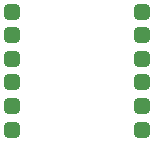
<source format=gbr>
%TF.GenerationSoftware,KiCad,Pcbnew,7.0.11*%
%TF.CreationDate,2024-12-11T11:32:47-03:00*%
%TF.ProjectId,Placa_SiPM,506c6163-615f-4536-9950-4d2e6b696361,rev?*%
%TF.SameCoordinates,Original*%
%TF.FileFunction,Soldermask,Bot*%
%TF.FilePolarity,Negative*%
%FSLAX46Y46*%
G04 Gerber Fmt 4.6, Leading zero omitted, Abs format (unit mm)*
G04 Created by KiCad (PCBNEW 7.0.11) date 2024-12-11 11:32:47*
%MOMM*%
%LPD*%
G01*
G04 APERTURE LIST*
G04 Aperture macros list*
%AMRoundRect*
0 Rectangle with rounded corners*
0 $1 Rounding radius*
0 $2 $3 $4 $5 $6 $7 $8 $9 X,Y pos of 4 corners*
0 Add a 4 corners polygon primitive as box body*
4,1,4,$2,$3,$4,$5,$6,$7,$8,$9,$2,$3,0*
0 Add four circle primitives for the rounded corners*
1,1,$1+$1,$2,$3*
1,1,$1+$1,$4,$5*
1,1,$1+$1,$6,$7*
1,1,$1+$1,$8,$9*
0 Add four rect primitives between the rounded corners*
20,1,$1+$1,$2,$3,$4,$5,0*
20,1,$1+$1,$4,$5,$6,$7,0*
20,1,$1+$1,$6,$7,$8,$9,0*
20,1,$1+$1,$8,$9,$2,$3,0*%
G04 Aperture macros list end*
%ADD10RoundRect,0.337500X-0.337500X-0.337500X0.337500X-0.337500X0.337500X0.337500X-0.337500X0.337500X0*%
%ADD11RoundRect,0.337500X0.337500X0.337500X-0.337500X0.337500X-0.337500X-0.337500X0.337500X-0.337500X0*%
G04 APERTURE END LIST*
D10*
%TO.C,J1*%
X145000000Y-118000000D03*
X145000000Y-120000000D03*
X145000000Y-122000000D03*
X145000000Y-124000000D03*
X145000000Y-126000000D03*
X145000000Y-128000000D03*
%TD*%
D11*
%TO.C,J2*%
X156000000Y-128000000D03*
X156000000Y-126000000D03*
X156000000Y-124000000D03*
X156000000Y-122000000D03*
X156000000Y-120000000D03*
X156000000Y-118000000D03*
%TD*%
M02*

</source>
